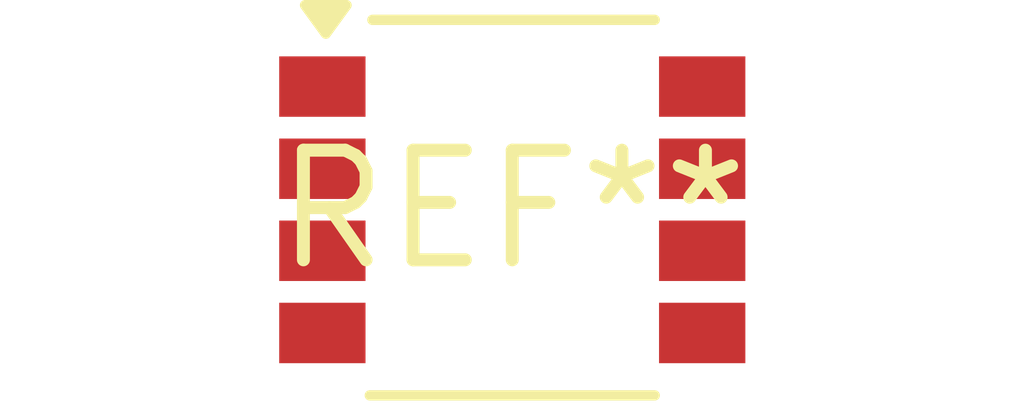
<source format=kicad_pcb>
(kicad_pcb (version 20240108) (generator pcbnew)
  (layers (0 "F.Cu" signal) (31 "B.Cu" signal) (34 "B.Paste" user) (35 "F.Paste" user) (36 "B.SilkS" user "B.Silkscreen") (37 "F.SilkS" user "F.Silkscreen") (38 "B.Mask" user) (39 "F.Mask" user) (44 "Edge.Cuts" user))
  (net 0 "")
  (footprint "SuperSOT-8" (layer "F.Cu") (at 0 0)
    (property "Reference" "REF**")
    (property "Value" "SuperSOT-8")
    (fp_line (start -1.62 -2.2) (end 1.65 -2.2) (layer "F.SilkS") (stroke (width 0.12)))
    (fp_line (start 1.65 2.15) (end -1.65 2.15) (layer "F.SilkS") (stroke (width 0.12)))
    (fp_poly (pts (xy -2.16 -2.04) (xy -2.4 -2.37) (xy -1.92 -2.37) (xy -2.16 -2.04)) (layer "F.SilkS") (stroke (width 0.12)) (fill solid))
    (pad "1" smd rect (at -2.2 -1.427) (size 1 0.7) (layers "F.Cu" "F.Paste" "F.Mask"))
    (pad "2" smd rect (at -2.2 -0.475) (size 1 0.7) (layers "F.Cu" "F.Paste" "F.Mask"))
    (pad "3" smd rect (at -2.2 0.475) (size 1 0.7) (layers "F.Cu" "F.Paste" "F.Mask"))
    (pad "4" smd rect (at -2.2 1.427) (size 1 0.7) (layers "F.Cu" "F.Paste" "F.Mask"))
    (pad "5" smd rect (at 2.2 1.427) (size 1 0.7) (layers "F.Cu" "F.Paste" "F.Mask"))
    (pad "6" smd rect (at 2.2 0.475) (size 1 0.7) (layers "F.Cu" "F.Paste" "F.Mask"))
    (pad "7" smd rect (at 2.2 -0.475) (size 1 0.7) (layers "F.Cu" "F.Paste" "F.Mask"))
    (pad "8" smd rect (at 2.2 -1.427) (size 1 0.7) (layers "F.Cu" "F.Paste" "F.Mask"))
  )
)
</source>
